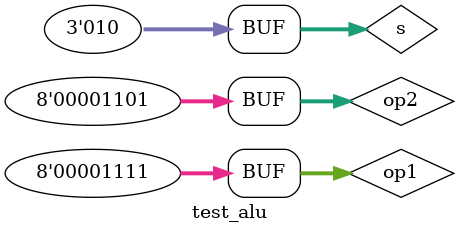
<source format=v>
module test_alu();
	reg [7:0] op1, op2;
	wire [7:0] r;
	reg [2:0] s;
	
	alu my_alu(op1,op2,s,r);
	
	initial begin
		#5
		op1 = 5;
		op2 = 6;
		s = 0;
		
		#10
		op1= 10;
		op2= 12;
		s = 1;
		
		#10
		op1 = 15;
		op2 = 13;
		s = 2;
		
		#30;
	end
	always @ (op1,op2,s) begin
		$display("%d %d %3b %d", op1, op2, s, r);
	end	
	
endmodule

</source>
